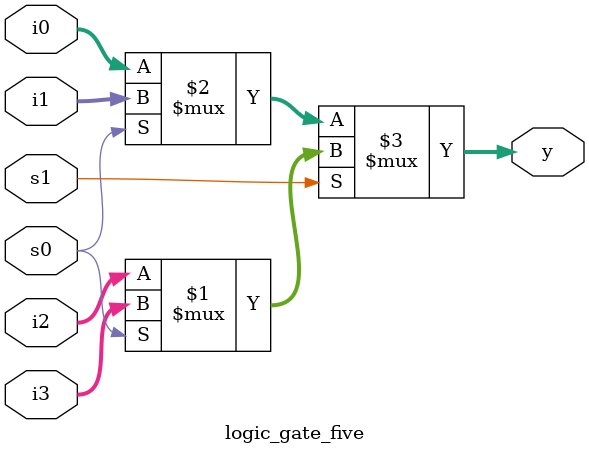
<source format=v>
`timescale 1ns / 1ps


module logic_gate_five(i0,i1,i2,i3,s0,s1,y);


output [1:0] y;
input [1:0] i0,i1,i2,i3;
input s0,s1;

assign y=s1?(s0?i3:i2):(s0?i1:i0);

endmodule



</source>
